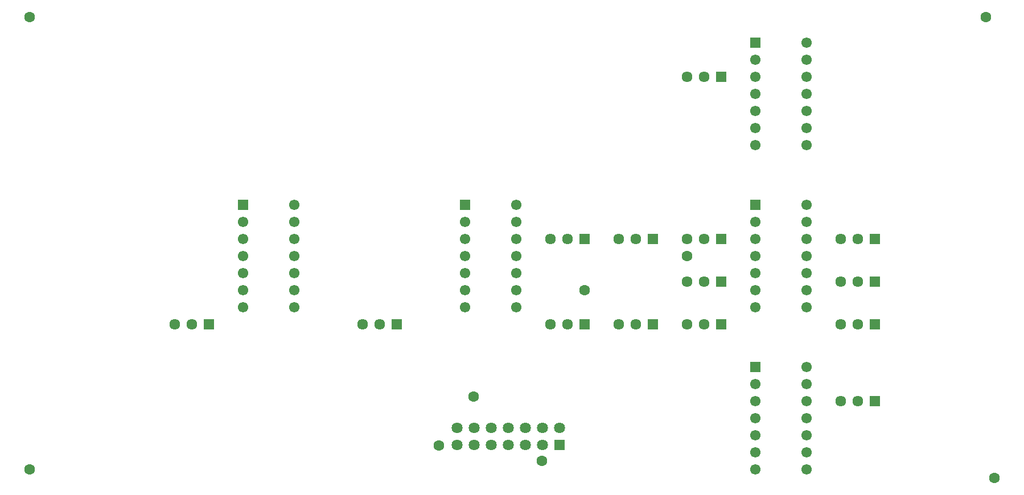
<source format=gts>
G04*
G04 #@! TF.GenerationSoftware,Altium Limited,Altium Designer,20.0.14 (345)*
G04*
G04 Layer_Color=8388736*
%FSLAX25Y25*%
%MOIN*%
G70*
G01*
G75*
%ADD14C,0.06337*%
%ADD15R,0.06337X0.06337*%
%ADD16R,0.06109X0.06109*%
%ADD17C,0.06109*%
%ADD18C,0.06424*%
%ADD19R,0.06424X0.06424*%
%ADD20C,0.06306*%
D14*
X400000Y245000D02*
D03*
X410000D02*
D03*
X500000Y55000D02*
D03*
X490000D02*
D03*
X500000Y100000D02*
D03*
X490000D02*
D03*
X500000Y125000D02*
D03*
X490000D02*
D03*
X500000Y150000D02*
D03*
X490000D02*
D03*
X410000Y100000D02*
D03*
X400000D02*
D03*
X330000D02*
D03*
X320000D02*
D03*
X370000D02*
D03*
X360000D02*
D03*
X410000Y150000D02*
D03*
X400000D02*
D03*
X370000D02*
D03*
X360000D02*
D03*
X330000D02*
D03*
X320000D02*
D03*
X400000Y125000D02*
D03*
X410000D02*
D03*
X220000Y100000D02*
D03*
X210000D02*
D03*
X110000D02*
D03*
X100000D02*
D03*
D15*
X420000Y245000D02*
D03*
X510000Y55000D02*
D03*
Y100000D02*
D03*
Y125000D02*
D03*
Y150000D02*
D03*
X420000Y100000D02*
D03*
X340000D02*
D03*
X380000D02*
D03*
X420000Y150000D02*
D03*
X380000D02*
D03*
X340000D02*
D03*
X420000Y125000D02*
D03*
X230000Y100000D02*
D03*
X120000D02*
D03*
D16*
X440000Y265000D02*
D03*
Y75000D02*
D03*
Y170000D02*
D03*
X270000D02*
D03*
X140000D02*
D03*
D17*
X440000Y255000D02*
D03*
Y245000D02*
D03*
Y235000D02*
D03*
Y225000D02*
D03*
Y215000D02*
D03*
Y205000D02*
D03*
X470000Y265000D02*
D03*
Y255000D02*
D03*
Y245000D02*
D03*
Y235000D02*
D03*
Y225000D02*
D03*
Y215000D02*
D03*
Y205000D02*
D03*
Y15000D02*
D03*
Y25000D02*
D03*
Y35000D02*
D03*
Y45000D02*
D03*
Y55000D02*
D03*
Y65000D02*
D03*
Y75000D02*
D03*
X440000Y15000D02*
D03*
Y25000D02*
D03*
Y35000D02*
D03*
Y45000D02*
D03*
Y55000D02*
D03*
Y65000D02*
D03*
Y160000D02*
D03*
Y150000D02*
D03*
Y140000D02*
D03*
Y130000D02*
D03*
Y120000D02*
D03*
Y110000D02*
D03*
X470000Y170000D02*
D03*
Y160000D02*
D03*
Y150000D02*
D03*
Y140000D02*
D03*
Y130000D02*
D03*
Y120000D02*
D03*
Y110000D02*
D03*
X300000D02*
D03*
Y120000D02*
D03*
Y130000D02*
D03*
Y140000D02*
D03*
Y150000D02*
D03*
Y160000D02*
D03*
Y170000D02*
D03*
X270000Y110000D02*
D03*
Y120000D02*
D03*
Y130000D02*
D03*
Y140000D02*
D03*
Y150000D02*
D03*
Y160000D02*
D03*
X170000Y110000D02*
D03*
Y120000D02*
D03*
Y130000D02*
D03*
Y140000D02*
D03*
Y150000D02*
D03*
Y160000D02*
D03*
Y170000D02*
D03*
X140000Y110000D02*
D03*
Y120000D02*
D03*
Y130000D02*
D03*
Y140000D02*
D03*
Y150000D02*
D03*
Y160000D02*
D03*
D18*
X295276Y39370D02*
D03*
X305276D02*
D03*
X315276D02*
D03*
X325276D02*
D03*
X285276D02*
D03*
X275276D02*
D03*
X265276D02*
D03*
X295276Y29370D02*
D03*
X305276D02*
D03*
X315276D02*
D03*
X285276D02*
D03*
X275276D02*
D03*
X265276D02*
D03*
D19*
X325276D02*
D03*
D20*
X15000Y15000D02*
D03*
X254453Y29000D02*
D03*
X340000Y120000D02*
D03*
X315000Y20000D02*
D03*
X275000Y57500D02*
D03*
X580000Y10000D02*
D03*
X575000Y280000D02*
D03*
X15000D02*
D03*
X400000Y140000D02*
D03*
M02*

</source>
